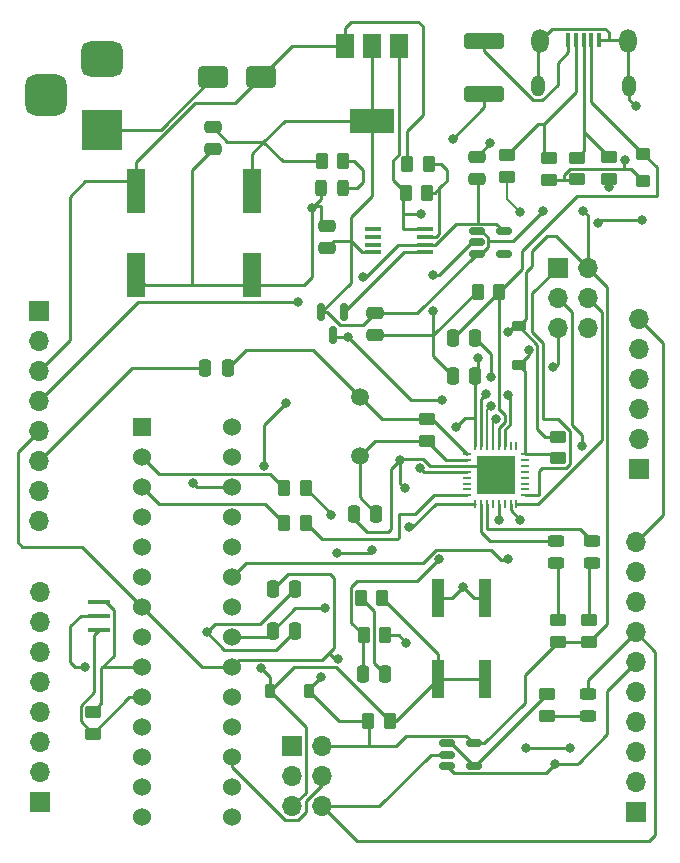
<source format=gbr>
%TF.GenerationSoftware,KiCad,Pcbnew,7.0.6*%
%TF.CreationDate,2024-03-19T20:52:53+13:00*%
%TF.ProjectId,Arduino Uno R3,41726475-696e-46f2-9055-6e6f2052332e,rev?*%
%TF.SameCoordinates,Original*%
%TF.FileFunction,Copper,L1,Top*%
%TF.FilePolarity,Positive*%
%FSLAX46Y46*%
G04 Gerber Fmt 4.6, Leading zero omitted, Abs format (unit mm)*
G04 Created by KiCad (PCBNEW 7.0.6) date 2024-03-19 20:52:53*
%MOMM*%
%LPD*%
G01*
G04 APERTURE LIST*
G04 Aperture macros list*
%AMRoundRect*
0 Rectangle with rounded corners*
0 $1 Rounding radius*
0 $2 $3 $4 $5 $6 $7 $8 $9 X,Y pos of 4 corners*
0 Add a 4 corners polygon primitive as box body*
4,1,4,$2,$3,$4,$5,$6,$7,$8,$9,$2,$3,0*
0 Add four circle primitives for the rounded corners*
1,1,$1+$1,$2,$3*
1,1,$1+$1,$4,$5*
1,1,$1+$1,$6,$7*
1,1,$1+$1,$8,$9*
0 Add four rect primitives between the rounded corners*
20,1,$1+$1,$2,$3,$4,$5,0*
20,1,$1+$1,$4,$5,$6,$7,0*
20,1,$1+$1,$6,$7,$8,$9,0*
20,1,$1+$1,$8,$9,$2,$3,0*%
G04 Aperture macros list end*
%TA.AperFunction,SMDPad,CuDef*%
%ADD10R,1.905000X0.406400*%
%TD*%
%TA.AperFunction,SMDPad,CuDef*%
%ADD11RoundRect,0.250000X-0.450000X0.262500X-0.450000X-0.262500X0.450000X-0.262500X0.450000X0.262500X0*%
%TD*%
%TA.AperFunction,SMDPad,CuDef*%
%ADD12RoundRect,0.150000X-0.150000X0.587500X-0.150000X-0.587500X0.150000X-0.587500X0.150000X0.587500X0*%
%TD*%
%TA.AperFunction,ComponentPad*%
%ADD13C,1.500000*%
%TD*%
%TA.AperFunction,ComponentPad*%
%ADD14R,1.524000X1.524000*%
%TD*%
%TA.AperFunction,ComponentPad*%
%ADD15C,1.524000*%
%TD*%
%TA.AperFunction,SMDPad,CuDef*%
%ADD16R,0.799999X0.250000*%
%TD*%
%TA.AperFunction,SMDPad,CuDef*%
%ADD17R,0.250000X0.799999*%
%TD*%
%TA.AperFunction,SMDPad,CuDef*%
%ADD18R,3.250001X3.250001*%
%TD*%
%TA.AperFunction,SMDPad,CuDef*%
%ADD19RoundRect,0.150000X-0.512500X-0.150000X0.512500X-0.150000X0.512500X0.150000X-0.512500X0.150000X0*%
%TD*%
%TA.AperFunction,SMDPad,CuDef*%
%ADD20R,1.500000X2.000000*%
%TD*%
%TA.AperFunction,SMDPad,CuDef*%
%ADD21R,3.800000X2.000000*%
%TD*%
%TA.AperFunction,SMDPad,CuDef*%
%ADD22R,0.990600X3.200400*%
%TD*%
%TA.AperFunction,SMDPad,CuDef*%
%ADD23RoundRect,0.250000X0.262500X0.450000X-0.262500X0.450000X-0.262500X-0.450000X0.262500X-0.450000X0*%
%TD*%
%TA.AperFunction,SMDPad,CuDef*%
%ADD24RoundRect,0.250000X-0.262500X-0.450000X0.262500X-0.450000X0.262500X0.450000X-0.262500X0.450000X0*%
%TD*%
%TA.AperFunction,SMDPad,CuDef*%
%ADD25RoundRect,0.250000X0.450000X-0.262500X0.450000X0.262500X-0.450000X0.262500X-0.450000X-0.262500X0*%
%TD*%
%TA.AperFunction,ComponentPad*%
%ADD26R,1.700000X1.700000*%
%TD*%
%TA.AperFunction,ComponentPad*%
%ADD27O,1.700000X1.700000*%
%TD*%
%TA.AperFunction,ComponentPad*%
%ADD28O,1.150000X1.800000*%
%TD*%
%TA.AperFunction,ComponentPad*%
%ADD29O,1.450000X2.000000*%
%TD*%
%TA.AperFunction,SMDPad,CuDef*%
%ADD30R,0.450000X1.300000*%
%TD*%
%TA.AperFunction,ComponentPad*%
%ADD31RoundRect,0.875000X-0.875000X0.875000X-0.875000X-0.875000X0.875000X-0.875000X0.875000X0.875000X0*%
%TD*%
%TA.AperFunction,ComponentPad*%
%ADD32RoundRect,0.750000X-1.000000X0.750000X-1.000000X-0.750000X1.000000X-0.750000X1.000000X0.750000X0*%
%TD*%
%TA.AperFunction,ComponentPad*%
%ADD33R,3.500000X3.500000*%
%TD*%
%TA.AperFunction,SMDPad,CuDef*%
%ADD34R,1.327899X0.431000*%
%TD*%
%TA.AperFunction,SMDPad,CuDef*%
%ADD35RoundRect,0.250000X0.350000X-0.275000X0.350000X0.275000X-0.350000X0.275000X-0.350000X-0.275000X0*%
%TD*%
%TA.AperFunction,SMDPad,CuDef*%
%ADD36RoundRect,0.250000X-1.450000X0.400000X-1.450000X-0.400000X1.450000X-0.400000X1.450000X0.400000X0*%
%TD*%
%TA.AperFunction,SMDPad,CuDef*%
%ADD37RoundRect,0.225000X0.225000X0.375000X-0.225000X0.375000X-0.225000X-0.375000X0.225000X-0.375000X0*%
%TD*%
%TA.AperFunction,SMDPad,CuDef*%
%ADD38RoundRect,0.243750X-0.456250X0.243750X-0.456250X-0.243750X0.456250X-0.243750X0.456250X0.243750X0*%
%TD*%
%TA.AperFunction,SMDPad,CuDef*%
%ADD39RoundRect,0.225000X-0.375000X0.225000X-0.375000X-0.225000X0.375000X-0.225000X0.375000X0.225000X0*%
%TD*%
%TA.AperFunction,SMDPad,CuDef*%
%ADD40RoundRect,0.243750X-0.243750X-0.456250X0.243750X-0.456250X0.243750X0.456250X-0.243750X0.456250X0*%
%TD*%
%TA.AperFunction,SMDPad,CuDef*%
%ADD41RoundRect,0.250000X1.000000X0.650000X-1.000000X0.650000X-1.000000X-0.650000X1.000000X-0.650000X0*%
%TD*%
%TA.AperFunction,SMDPad,CuDef*%
%ADD42RoundRect,0.250000X-0.250000X-0.475000X0.250000X-0.475000X0.250000X0.475000X-0.250000X0.475000X0*%
%TD*%
%TA.AperFunction,SMDPad,CuDef*%
%ADD43RoundRect,0.250000X0.250000X0.475000X-0.250000X0.475000X-0.250000X-0.475000X0.250000X-0.475000X0*%
%TD*%
%TA.AperFunction,SMDPad,CuDef*%
%ADD44RoundRect,0.250000X0.475000X-0.250000X0.475000X0.250000X-0.475000X0.250000X-0.475000X-0.250000X0*%
%TD*%
%TA.AperFunction,SMDPad,CuDef*%
%ADD45RoundRect,0.250000X-0.475000X0.250000X-0.475000X-0.250000X0.475000X-0.250000X0.475000X0.250000X0*%
%TD*%
%TA.AperFunction,SMDPad,CuDef*%
%ADD46R,1.492199X3.752799*%
%TD*%
%TA.AperFunction,ViaPad*%
%ADD47C,0.800000*%
%TD*%
%TA.AperFunction,Conductor*%
%ADD48C,0.250000*%
%TD*%
%TA.AperFunction,Conductor*%
%ADD49C,0.200000*%
%TD*%
G04 APERTURE END LIST*
D10*
%TO.P,Y2,1*%
%TO.N,Net-(U7A-(PCINT7{slash}XTAL2{slash}TOSC2)_PB7)*%
X140335000Y-95180000D03*
%TO.P,Y2,2*%
%TO.N,GND*%
X140335000Y-93980000D03*
%TO.P,Y2,3*%
%TO.N,Net-(U7A-(PCINT6{slash}XTAL1{slash}TOSC1)_PB6)*%
X140335000Y-92780000D03*
%TD*%
D11*
%TO.P,R8,1*%
%TO.N,5V_LDO*%
X179197000Y-78820000D03*
%TO.P,R8,2*%
%TO.N,Net-(D4-A)*%
X179197000Y-80645000D03*
%TD*%
D12*
%TO.P,Q1,1,G*%
%TO.N,Net-(IC1-OUT)*%
X161097000Y-68277500D03*
%TO.P,Q1,2,S*%
%TO.N,5V_LDO*%
X159197000Y-68277500D03*
%TO.P,Q1,3,D*%
%TO.N,USBVCC*%
X160147000Y-70152500D03*
%TD*%
D13*
%TO.P,Y3,1*%
%TO.N,Net-(U5-PC0)*%
X162433000Y-80438000D03*
%TO.P,Y3,2*%
%TO.N,Net-(U5-XTAL1)*%
X162433000Y-75438000D03*
%TD*%
D14*
%TO.P,U7,1,(PCINT14/RESET)PC6*%
%TO.N,Vin*%
X144018000Y-77978000D03*
D15*
%TO.P,U7,2,(PCINT16/RXD)PD0*%
%TO.N,/ATMEGA328P_subsystem/ARD_DIG0*%
X144018000Y-80518000D03*
%TO.P,U7,3,(PCINT17/TXD)PD1*%
%TO.N,/ATMEGA328P_subsystem/ARD_DIG1*%
X144018000Y-83058000D03*
%TO.P,U7,4,(PCINT18/INT0)_PD2*%
%TO.N,/ATMEGA328P_subsystem/ARD_DIG2*%
X144018000Y-85598000D03*
%TO.P,U7,5,(PCINT19/OC2B/INT1)_PD3*%
%TO.N,/ATMEGA328P_subsystem/ARD_DIG3*%
X144018000Y-88138000D03*
%TO.P,U7,6,(PCINT20/XCK/T0)_PD4*%
%TO.N,/ATMEGA328P_subsystem/ARD_DIG4*%
X144018000Y-90678000D03*
%TO.P,U7,7,VCC*%
%TO.N,5V_LDO*%
X144018000Y-93218000D03*
%TO.P,U7,8,GND*%
%TO.N,GND*%
X144018000Y-95758000D03*
%TO.P,U7,9,(PCINT6/XTAL1/TOSC1)_PB6*%
%TO.N,Net-(U7A-(PCINT6{slash}XTAL1{slash}TOSC1)_PB6)*%
X144018000Y-98298000D03*
%TO.P,U7,10,(PCINT7/XTAL2/TOSC2)_PB7*%
%TO.N,Net-(U7A-(PCINT7{slash}XTAL2{slash}TOSC2)_PB7)*%
X144018000Y-100838000D03*
%TO.P,U7,11,(PCINT21/OC0B/T1)_PD5*%
%TO.N,/ATMEGA328P_subsystem/ARD_DIG5*%
X144018000Y-103378000D03*
%TO.P,U7,12,(PCINT22/OC0A/AIN0)_PD6*%
%TO.N,/ATMEGA328P_subsystem/ARD_DIG6*%
X144018000Y-105918000D03*
%TO.P,U7,13,(PCINT23/AIN1)_PD7*%
%TO.N,/ATMEGA328P_subsystem/ARD_DIG7*%
X144018000Y-108458000D03*
%TO.P,U7,14,(PCINT0/CLKO/ICP1)_PB0*%
%TO.N,/ATMEGA328P_subsystem/ARD_DIG8*%
X144018000Y-110998000D03*
%TO.P,U7,15,PB1_(OC1A/PCINT1)*%
%TO.N,/ATMEGA328P_subsystem/ARD_DIG9*%
X151638000Y-110998000D03*
%TO.P,U7,16,PB2_(SS/OC1B/PCINT2)*%
%TO.N,/ATMEGA328P_subsystem/ARD_DIG10{slash}SPI_SS*%
X151638000Y-108458000D03*
%TO.P,U7,17,PB3_(MOSI/OC2A/PCINT3)*%
%TO.N,/ATMEGA328P_subsystem/328P_ICSP_MOSI*%
X151638000Y-105918000D03*
%TO.P,U7,18,PB4_(MISO/PCINT4)*%
%TO.N,/ATMEGA328P_subsystem/328P_ICSP_MISO*%
X151638000Y-103378000D03*
%TO.P,U7,19,PB5_(SCK/PCINT5)*%
%TO.N,SCK*%
X151638000Y-100838000D03*
%TO.P,U7,20,AVCC*%
%TO.N,5V_LDO*%
X151638000Y-98298000D03*
%TO.P,U7,21,AREF*%
%TO.N,/ATMEGA328P_subsystem/AREF*%
X151638000Y-95758000D03*
%TO.P,U7,22,GND*%
%TO.N,GND*%
X151638000Y-93218000D03*
%TO.P,U7,23,PC0_(ADC0/PCINT8)*%
%TO.N,/ATMEGA328P_subsystem/ARD_AN0*%
X151638000Y-90678000D03*
%TO.P,U7,24,PC1_(ADC1/PCINT9)*%
%TO.N,/ATMEGA328P_subsystem/ARD_AN1*%
X151638000Y-88138000D03*
%TO.P,U7,25,PC2_(ADC2/PCINT10)*%
%TO.N,/ATMEGA328P_subsystem/ARD_AN2*%
X151638000Y-85598000D03*
%TO.P,U7,26,PC3_(ADC3/PCINT11)*%
%TO.N,/ATMEGA328P_subsystem/ARD_AN3*%
X151638000Y-83058000D03*
%TO.P,U7,27,PC4_(ADC4/SDA/PCINT12)*%
%TO.N,/ATMEGA328P_subsystem/ARD_AN4{slash}SDA*%
X151638000Y-80518000D03*
%TO.P,U7,28,PC5_(ADC5/SCL/PCINT13)*%
%TO.N,/ATMEGA328P_subsystem/ARD_AN5{slash}SCL*%
X151638000Y-77978000D03*
%TD*%
D16*
%TO.P,U5,1,XTAL1*%
%TO.N,Net-(U5-XTAL1)*%
X171503000Y-80272001D03*
%TO.P,U5,2,PC0*%
%TO.N,Net-(U5-PC0)*%
X171503000Y-80772000D03*
%TO.P,U5,3,GND*%
%TO.N,GND*%
X171503000Y-81271999D03*
%TO.P,U5,4,VCC*%
%TO.N,5V_LDO*%
X171503000Y-81772000D03*
%TO.P,U5,5,PC2*%
%TO.N,unconnected-(U5-PC2-Pad5)*%
X171503000Y-82272000D03*
%TO.P,U5,6,PD0*%
%TO.N,unconnected-(U5-PD0-Pad6)*%
X171503000Y-82772001D03*
%TO.P,U5,7,PD1*%
%TO.N,unconnected-(U5-PD1-Pad7)*%
X171503000Y-83272000D03*
%TO.P,U5,8,PD2*%
%TO.N,/ATMEGA16U2/SERIAL_Tx*%
X171503000Y-83771999D03*
D17*
%TO.P,U5,9,PD3*%
%TO.N,/ATMEGA16U2/SERIAL_Rx*%
X172203001Y-84472000D03*
%TO.P,U5,10,PD4*%
%TO.N,Net-(D6-K)*%
X172703000Y-84472000D03*
%TO.P,U5,11,PD5*%
%TO.N,Net-(D5-K)*%
X173202999Y-84472000D03*
%TO.P,U5,12,PD6*%
%TO.N,unconnected-(U5-PD6-Pad12)*%
X173703000Y-84472000D03*
%TO.P,U5,13,PD7*%
%TO.N,/ATMEGA16U2/DTR*%
X174203000Y-84472000D03*
%TO.P,U5,14,PB0*%
%TO.N,unconnected-(U5-PB0-Pad14)*%
X174703001Y-84472000D03*
%TO.P,U5,15,PB1*%
%TO.N,/ATMEGA16U2/ICSP_SCK*%
X175203000Y-84472000D03*
%TO.P,U5,16,PB2*%
%TO.N,/ATMEGA16U2/ICSP_MOSI*%
X175702999Y-84472000D03*
D16*
%TO.P,U5,17,PB3*%
%TO.N,/ATMEGA16U2/ICSP_MISO*%
X176403000Y-83771999D03*
%TO.P,U5,18,PB4*%
%TO.N,unconnected-(U5-PB4-Pad18)*%
X176403000Y-83272000D03*
%TO.P,U5,19,PB5*%
%TO.N,unconnected-(U5-PB5-Pad19)*%
X176403000Y-82772001D03*
%TO.P,U5,20,PB6*%
%TO.N,unconnected-(U5-PB6-Pad20)*%
X176403000Y-82272000D03*
%TO.P,U5,21,PB7*%
%TO.N,unconnected-(U5-PB7-Pad21)*%
X176403000Y-81772000D03*
%TO.P,U5,22,PC7*%
%TO.N,unconnected-(U5-PC7-Pad22)*%
X176403000Y-81271999D03*
%TO.P,U5,23,PC6*%
%TO.N,unconnected-(U5-PC6-Pad23)*%
X176403000Y-80772000D03*
%TO.P,U5,24,PC1//~{RESET}*%
%TO.N,Net-(D4-A)*%
X176403000Y-80272001D03*
D17*
%TO.P,U5,25,PC5*%
%TO.N,unconnected-(U5-PC5-Pad25)*%
X175702999Y-79572000D03*
%TO.P,U5,26,PC4*%
%TO.N,unconnected-(U5-PC4-Pad26)*%
X175203000Y-79572000D03*
%TO.P,U5,27,UCAP*%
%TO.N,Net-(U5-UCAP)*%
X174703001Y-79572000D03*
%TO.P,U5,28,UGND*%
%TO.N,/ATMEGA16U2/USB_GND*%
X174203000Y-79572000D03*
%TO.P,U5,29,D+*%
%TO.N,/ATMEGA16U2/USB_RD+*%
X173703000Y-79572000D03*
%TO.P,U5,30,D-*%
%TO.N,/ATMEGA16U2/USB_RD-*%
X173202999Y-79572000D03*
%TO.P,U5,31,UVCC*%
%TO.N,USBVCC*%
X172703000Y-79572000D03*
%TO.P,U5,32,AVCC*%
%TO.N,5V_LDO*%
X172203001Y-79572000D03*
D18*
%TO.P,U5,33,EXP*%
%TO.N,GND*%
X173953000Y-82022000D03*
%TD*%
D19*
%TO.P,U4,1,VIN*%
%TO.N,5V_LDO*%
X172344500Y-61407000D03*
%TO.P,U4,2,GND*%
%TO.N,GND*%
X172344500Y-62357000D03*
%TO.P,U4,3,INH*%
%TO.N,5V_LDO*%
X172344500Y-63307000D03*
%TO.P,U4,4,BYP*%
%TO.N,unconnected-(U4-BYP-Pad4)*%
X174619500Y-63307000D03*
%TO.P,U4,5,VOUT*%
%TO.N,3V3_LDO*%
X174619500Y-61407000D03*
%TD*%
%TO.P,U2,5,V+*%
%TO.N,5V_LDO*%
X172079500Y-104775000D03*
%TO.P,U2,4*%
%TO.N,Net-(U2--)*%
X172079500Y-106675000D03*
%TO.P,U2,3,+*%
%TO.N,SCK*%
X169804500Y-106675000D03*
%TO.P,U2,2,V-*%
%TO.N,GND*%
X169804500Y-105725000D03*
%TO.P,U2,1,-*%
%TO.N,Net-(U2--)*%
X169804500Y-104775000D03*
%TD*%
D20*
%TO.P,U1,1,GND*%
%TO.N,GND*%
X165774000Y-45745000D03*
D21*
%TO.P,U1,2,VO*%
%TO.N,5V_LDO*%
X163474000Y-52045000D03*
D20*
X163474000Y-45745000D03*
%TO.P,U1,3,VI*%
%TO.N,Vin*%
X161174000Y-45745000D03*
%TD*%
D22*
%TO.P,S1,1,NO_1*%
%TO.N,GND*%
X173069001Y-92485002D03*
%TO.P,S1,2,COM_1*%
X169068999Y-92485002D03*
%TO.P,S1,3,COM_2*%
%TO.N,Vin*%
X169068999Y-99284998D03*
%TO.P,S1,4,NO_2*%
X173069001Y-99284998D03*
%TD*%
D11*
%TO.P,RV2,1*%
%TO.N,Net-(J2-D+)*%
X180848000Y-55165000D03*
%TO.P,RV2,2*%
%TO.N,Net-(J2-Shield)*%
X180848000Y-56990000D03*
%TD*%
%TO.P,RV1,1*%
%TO.N,Net-(J2-D-)*%
X178435000Y-55245000D03*
%TO.P,RV1,2*%
%TO.N,Net-(J2-Shield)*%
X178435000Y-57070000D03*
%TD*%
D23*
%TO.P,R17,1*%
%TO.N,/ATMEGA16U2/SERIAL_Tx*%
X157861000Y-86135000D03*
%TO.P,R17,2*%
%TO.N,/ATMEGA328P_subsystem/ARD_DIG1*%
X156036000Y-86135000D03*
%TD*%
%TO.P,R16,1*%
%TO.N,/ATMEGA16U2/SERIAL_Rx*%
X157861000Y-83185000D03*
%TO.P,R16,2*%
%TO.N,/ATMEGA328P_subsystem/ARD_DIG0*%
X156036000Y-83185000D03*
%TD*%
D24*
%TO.P,R15,1*%
%TO.N,Net-(C12-Pad2)*%
X162513000Y-92456000D03*
%TO.P,R15,2*%
%TO.N,Vin*%
X164338000Y-92456000D03*
%TD*%
%TO.P,R14,1*%
%TO.N,/ATMEGA16U2/DTR*%
X162767000Y-95631000D03*
%TO.P,R14,2*%
%TO.N,GND*%
X164592000Y-95631000D03*
%TD*%
%TO.P,R13,1*%
%TO.N,5V_LDO*%
X163148000Y-102870000D03*
%TO.P,R13,2*%
%TO.N,Vin*%
X164973000Y-102870000D03*
%TD*%
D25*
%TO.P,R12,1*%
%TO.N,Net-(U7A-(PCINT7{slash}XTAL2{slash}TOSC2)_PB7)*%
X139827000Y-103933000D03*
%TO.P,R12,2*%
%TO.N,Net-(U7A-(PCINT6{slash}XTAL1{slash}TOSC1)_PB6)*%
X139827000Y-102108000D03*
%TD*%
%TO.P,R11,1*%
%TO.N,Net-(U5-PC0)*%
X168124500Y-79144500D03*
%TO.P,R11,2*%
%TO.N,Net-(U5-XTAL1)*%
X168124500Y-77319500D03*
%TD*%
%TO.P,R10,1*%
%TO.N,5V_LDO*%
X179197000Y-96186000D03*
%TO.P,R10,2*%
%TO.N,Net-(D6-A)*%
X179197000Y-94361000D03*
%TD*%
%TO.P,R9,1*%
%TO.N,5V_LDO*%
X181864000Y-96186000D03*
%TO.P,R9,2*%
%TO.N,Net-(D5-A)*%
X181864000Y-94361000D03*
%TD*%
D24*
%TO.P,R7,1*%
%TO.N,GND*%
X172419000Y-66548000D03*
%TO.P,R7,2*%
%TO.N,/ATMEGA16U2/USB_GND*%
X174244000Y-66548000D03*
%TD*%
D11*
%TO.P,R6,1*%
%TO.N,Net-(J2-D-)*%
X174879000Y-54991000D03*
%TO.P,R6,2*%
%TO.N,/ATMEGA16U2/USB_RD-*%
X174879000Y-56816000D03*
%TD*%
%TO.P,R5,1*%
%TO.N,Net-(J2-D+)*%
X183515000Y-55118000D03*
%TO.P,R5,2*%
%TO.N,/ATMEGA16U2/USB_RD+*%
X183515000Y-56943000D03*
%TD*%
%TO.P,R4,1*%
%TO.N,Net-(U2--)*%
X178308000Y-100584000D03*
%TO.P,R4,2*%
%TO.N,Net-(D3-A)*%
X178308000Y-102409000D03*
%TD*%
D23*
%TO.P,R3,1*%
%TO.N,Net-(IC1-1IN+)*%
X168148000Y-58166000D03*
%TO.P,R3,2*%
%TO.N,GND*%
X166323000Y-58166000D03*
%TD*%
D24*
%TO.P,R2,1*%
%TO.N,Vin*%
X166450000Y-55753000D03*
%TO.P,R2,2*%
%TO.N,Net-(IC1-1IN+)*%
X168275000Y-55753000D03*
%TD*%
%TO.P,R1,1*%
%TO.N,5V_LDO*%
X159211000Y-55499000D03*
%TO.P,R1,2*%
%TO.N,Net-(D2-A)*%
X161036000Y-55499000D03*
%TD*%
D26*
%TO.P,J8,1,Pin_1*%
%TO.N,/ATMEGA328P_subsystem/ARD_DIG7*%
X135382000Y-109728000D03*
D27*
%TO.P,J8,2,Pin_2*%
%TO.N,/ATMEGA328P_subsystem/ARD_DIG6*%
X135382000Y-107188000D03*
%TO.P,J8,3,Pin_3*%
%TO.N,/ATMEGA328P_subsystem/ARD_DIG5*%
X135382000Y-104648000D03*
%TO.P,J8,4,Pin_4*%
%TO.N,/ATMEGA328P_subsystem/ARD_DIG4*%
X135382000Y-102108000D03*
%TO.P,J8,5,Pin_5*%
%TO.N,/ATMEGA328P_subsystem/ARD_DIG3*%
X135382000Y-99568000D03*
%TO.P,J8,6,Pin_6*%
%TO.N,/ATMEGA328P_subsystem/ARD_DIG2*%
X135382000Y-97028000D03*
%TO.P,J8,7,Pin_7*%
%TO.N,/ATMEGA328P_subsystem/ARD_DIG1*%
X135382000Y-94488000D03*
%TO.P,J8,8,Pin_8*%
%TO.N,/ATMEGA328P_subsystem/ARD_DIG0*%
X135382000Y-91948000D03*
%TD*%
%TO.P,J7,10,Pin_10*%
%TO.N,/ATMEGA328P_subsystem/ARD_AN5{slash}SCL*%
X185801000Y-87757000D03*
%TO.P,J7,9,Pin_9*%
%TO.N,/ATMEGA328P_subsystem/ARD_AN4{slash}SDA*%
X185801000Y-90297000D03*
%TO.P,J7,8,Pin_8*%
%TO.N,/ATMEGA328P_subsystem/AREF*%
X185801000Y-92837000D03*
%TO.P,J7,7,Pin_7*%
%TO.N,GND*%
X185801000Y-95377000D03*
%TO.P,J7,6,Pin_6*%
%TO.N,SCK*%
X185801000Y-97917000D03*
%TO.P,J7,5,Pin_5*%
%TO.N,/ATMEGA328P_subsystem/328P_ICSP_MISO*%
X185801000Y-100457000D03*
%TO.P,J7,4,Pin_4*%
%TO.N,/ATMEGA328P_subsystem/328P_ICSP_MOSI*%
X185801000Y-102997000D03*
%TO.P,J7,3,Pin_3*%
%TO.N,/ATMEGA328P_subsystem/ARD_DIG10{slash}SPI_SS*%
X185801000Y-105537000D03*
%TO.P,J7,2,Pin_2*%
%TO.N,/ATMEGA328P_subsystem/ARD_DIG9*%
X185801000Y-108077000D03*
D26*
%TO.P,J7,1,Pin_1*%
%TO.N,/ATMEGA328P_subsystem/ARD_DIG8*%
X185801000Y-110617000D03*
%TD*%
%TO.P,J6,1,Pin_1*%
%TO.N,/ATMEGA328P_subsystem/ARD_AN0*%
X186055000Y-81534000D03*
D27*
%TO.P,J6,2,Pin_2*%
%TO.N,/ATMEGA328P_subsystem/ARD_AN1*%
X186055000Y-78994000D03*
%TO.P,J6,3,Pin_3*%
%TO.N,/ATMEGA328P_subsystem/ARD_AN2*%
X186055000Y-76454000D03*
%TO.P,J6,4,Pin_4*%
%TO.N,/ATMEGA328P_subsystem/ARD_AN3*%
X186055000Y-73914000D03*
%TO.P,J6,5,Pin_5*%
%TO.N,/ATMEGA328P_subsystem/ARD_AN4{slash}SDA*%
X186055000Y-71374000D03*
%TO.P,J6,6,Pin_6*%
%TO.N,/ATMEGA328P_subsystem/ARD_AN5{slash}SCL*%
X186055000Y-68834000D03*
%TD*%
D26*
%TO.P,J5,1,Pin_1*%
%TO.N,unconnected-(J5-Pin_1-Pad1)*%
X135255000Y-68199000D03*
D27*
%TO.P,J5,2,Pin_2*%
%TO.N,5V_LDO*%
X135255000Y-70739000D03*
%TO.P,J5,3,Pin_3*%
%TO.N,Vin*%
X135255000Y-73279000D03*
%TO.P,J5,4,Pin_4*%
%TO.N,3V3_LDO*%
X135255000Y-75819000D03*
%TO.P,J5,5,Pin_5*%
%TO.N,5V_LDO*%
X135255000Y-78359000D03*
%TO.P,J5,6,Pin_6*%
%TO.N,GND*%
X135255000Y-80899000D03*
%TO.P,J5,7,Pin_7*%
X135255000Y-83439000D03*
%TO.P,J5,8,Pin_8*%
%TO.N,Vin*%
X135255000Y-85979000D03*
%TD*%
D26*
%TO.P,J4,1,1*%
%TO.N,/ATMEGA328P_subsystem/328P_ICSP_MISO*%
X156718000Y-105029000D03*
D27*
%TO.P,J4,2,2*%
%TO.N,5V_LDO*%
X159258000Y-105029000D03*
%TO.P,J4,3,3*%
%TO.N,SCK*%
X156718000Y-107569000D03*
%TO.P,J4,4,4*%
%TO.N,/ATMEGA328P_subsystem/328P_ICSP_MOSI*%
X159258000Y-107569000D03*
%TO.P,J4,5,5*%
%TO.N,Vin*%
X156718000Y-110109000D03*
%TO.P,J4,6,6*%
%TO.N,GND*%
X159258000Y-110109000D03*
%TD*%
D26*
%TO.P,J3,1,1*%
%TO.N,/ATMEGA16U2/ICSP_MISO*%
X179197000Y-64516000D03*
D27*
%TO.P,J3,2,2*%
%TO.N,5V_LDO*%
X181737000Y-64516000D03*
%TO.P,J3,3,3*%
%TO.N,/ATMEGA16U2/ICSP_SCK*%
X179197000Y-67056000D03*
%TO.P,J3,4,4*%
%TO.N,/ATMEGA16U2/ICSP_MOSI*%
X181737000Y-67056000D03*
%TO.P,J3,5,5*%
%TO.N,Net-(D4-A)*%
X179197000Y-69596000D03*
%TO.P,J3,6,6*%
%TO.N,GND*%
X181737000Y-69596000D03*
%TD*%
D28*
%TO.P,J2,6,Shield_2*%
%TO.N,Net-(J2-Shield)*%
X185271000Y-49105000D03*
X177521000Y-49105000D03*
D29*
X185121000Y-45305000D03*
X177671000Y-45305000D03*
D30*
%TO.P,J2,5,Shield*%
X182696000Y-45255000D03*
%TO.P,J2,4,GND*%
%TO.N,/ATMEGA16U2/USB_GND*%
X182046000Y-45255000D03*
%TO.P,J2,3,D+*%
%TO.N,Net-(J2-D+)*%
X181396000Y-45255000D03*
%TO.P,J2,2,D-*%
%TO.N,Net-(J2-D-)*%
X180746000Y-45255000D03*
%TO.P,J2,1,VBUS*%
%TO.N,Net-(J2-VBUS)*%
X180096000Y-45255000D03*
%TD*%
D31*
%TO.P,J1,3*%
%TO.N,GND*%
X135889000Y-49863000D03*
D32*
%TO.P,J1,2*%
X140589000Y-46863000D03*
D33*
%TO.P,J1,1*%
%TO.N,Net-(D1-A)*%
X140589000Y-52863000D03*
%TD*%
D34*
%TO.P,IC1,1,OUT*%
%TO.N,Net-(IC1-OUT)*%
X167948348Y-63204999D03*
%TO.P,IC1,2,1IN-*%
%TO.N,3V3_LDO*%
X167948348Y-62555001D03*
%TO.P,IC1,3,1IN+*%
%TO.N,Net-(IC1-1IN+)*%
X167948348Y-61904999D03*
%TO.P,IC1,4,GND*%
%TO.N,GND*%
X167948348Y-61255001D03*
%TO.P,IC1,5,2IN+*%
%TO.N,unconnected-(IC1-2IN+-Pad5)*%
X163521652Y-61255001D03*
%TO.P,IC1,6,2IN-*%
%TO.N,unconnected-(IC1-2IN--Pad6)*%
X163521652Y-61904999D03*
%TO.P,IC1,7,2OUT*%
%TO.N,unconnected-(IC1-2OUT-Pad7)*%
X163521652Y-62555001D03*
%TO.P,IC1,8,VCC+*%
%TO.N,5V_LDO*%
X163521652Y-63204999D03*
%TD*%
D35*
%TO.P,FB1,1*%
%TO.N,Net-(J2-Shield)*%
X186436000Y-57164000D03*
%TO.P,FB1,2*%
%TO.N,/ATMEGA16U2/USB_GND*%
X186436000Y-54864000D03*
%TD*%
D36*
%TO.P,F2,1*%
%TO.N,Net-(J2-VBUS)*%
X172974000Y-45339000D03*
%TO.P,F2,2*%
%TO.N,USBVCC*%
X172974000Y-49789000D03*
%TD*%
D37*
%TO.P,D8,1,K*%
%TO.N,5V_LDO*%
X158114000Y-100330000D03*
%TO.P,D8,2,A*%
%TO.N,Vin*%
X154814000Y-100330000D03*
%TD*%
D38*
%TO.P,D6,1,K*%
%TO.N,Net-(D6-K)*%
X179070000Y-87630000D03*
%TO.P,D6,2,A*%
%TO.N,Net-(D6-A)*%
X179070000Y-89505000D03*
%TD*%
%TO.P,D5,1,K*%
%TO.N,Net-(D5-K)*%
X182118000Y-87630000D03*
%TO.P,D5,2,A*%
%TO.N,Net-(D5-A)*%
X182118000Y-89505000D03*
%TD*%
D39*
%TO.P,D4,1,K*%
%TO.N,5V_LDO*%
X175895000Y-69469000D03*
%TO.P,D4,2,A*%
%TO.N,Net-(D4-A)*%
X175895000Y-72769000D03*
%TD*%
D38*
%TO.P,D3,1,K*%
%TO.N,GND*%
X181737000Y-100584000D03*
%TO.P,D3,2,A*%
%TO.N,Net-(D3-A)*%
X181737000Y-102459000D03*
%TD*%
D40*
%TO.P,D2,1,K*%
%TO.N,GND*%
X159161000Y-57785000D03*
%TO.P,D2,2,A*%
%TO.N,Net-(D2-A)*%
X161036000Y-57785000D03*
%TD*%
D41*
%TO.P,D1,1,K*%
%TO.N,Vin*%
X154051000Y-48387000D03*
%TO.P,D1,2,A*%
%TO.N,Net-(D1-A)*%
X150051000Y-48387000D03*
%TD*%
D42*
%TO.P,C13,1*%
%TO.N,/ATMEGA328P_subsystem/AREF*%
X155067000Y-95250000D03*
%TO.P,C13,2*%
%TO.N,GND*%
X156967000Y-95250000D03*
%TD*%
%TO.P,C12,1*%
%TO.N,/ATMEGA16U2/DTR*%
X162692000Y-98933000D03*
%TO.P,C12,2*%
%TO.N,Net-(C12-Pad2)*%
X164592000Y-98933000D03*
%TD*%
%TO.P,C11,1*%
%TO.N,5V_LDO*%
X155072000Y-91694000D03*
%TO.P,C11,2*%
%TO.N,GND*%
X156972000Y-91694000D03*
%TD*%
D43*
%TO.P,C10,1*%
%TO.N,Net-(U5-XTAL1)*%
X151257000Y-73025000D03*
%TO.P,C10,2*%
%TO.N,GND*%
X149357000Y-73025000D03*
%TD*%
D42*
%TO.P,C9,1*%
%TO.N,GND*%
X161930000Y-85344000D03*
%TO.P,C9,2*%
%TO.N,Net-(U5-PC0)*%
X163830000Y-85344000D03*
%TD*%
%TO.P,C8,1*%
%TO.N,GND*%
X170312000Y-73660000D03*
%TO.P,C8,2*%
%TO.N,5V_LDO*%
X172212000Y-73660000D03*
%TD*%
%TO.P,C7,1*%
%TO.N,/ATMEGA16U2/USB_GND*%
X170312000Y-70485000D03*
%TO.P,C7,2*%
%TO.N,Net-(U5-UCAP)*%
X172212000Y-70485000D03*
%TD*%
D44*
%TO.P,C6,1*%
%TO.N,3V3_LDO*%
X172339000Y-57018000D03*
%TO.P,C6,2*%
%TO.N,GND*%
X172339000Y-55118000D03*
%TD*%
D45*
%TO.P,C5,2*%
%TO.N,GND*%
X163703000Y-70226000D03*
%TO.P,C5,1*%
%TO.N,5V_LDO*%
X163703000Y-68326000D03*
%TD*%
D44*
%TO.P,C4,1*%
%TO.N,5V_LDO*%
X159639000Y-62860000D03*
%TO.P,C4,2*%
%TO.N,GND*%
X159639000Y-60960000D03*
%TD*%
D45*
%TO.P,C3,1*%
%TO.N,5V_LDO*%
X149987000Y-52578000D03*
%TO.P,C3,2*%
%TO.N,GND*%
X149987000Y-54478000D03*
%TD*%
D46*
%TO.P,C2,1*%
%TO.N,5V_LDO*%
X153289000Y-58039000D03*
%TO.P,C2,2*%
%TO.N,GND*%
X153289000Y-65090600D03*
%TD*%
%TO.P,C1,1*%
%TO.N,Vin*%
X143510000Y-58039000D03*
%TO.P,C1,2*%
%TO.N,GND*%
X143510000Y-65090600D03*
%TD*%
D47*
%TO.N,GND*%
X186309000Y-60452000D03*
X182626000Y-60706000D03*
X166243000Y-83185000D03*
X160528000Y-88646000D03*
X163449000Y-88392000D03*
X149479000Y-95377000D03*
X158369000Y-59436000D03*
X173482000Y-53975000D03*
X166370000Y-96266000D03*
X139192000Y-98298000D03*
X168656000Y-65151000D03*
X168656000Y-68199000D03*
X171196000Y-91567000D03*
X167640000Y-59944000D03*
X165862000Y-80772000D03*
%TO.N,5V_LDO*%
X160576717Y-97595131D03*
X159131000Y-99187000D03*
%TO.N,SCK*%
X178943000Y-106553000D03*
%TO.N,3V3_LDO*%
X157226000Y-67437000D03*
X162687000Y-65278000D03*
%TO.N,/ATMEGA328P_subsystem/ARD_AN2*%
X154305000Y-81242500D03*
X156210000Y-75946000D03*
%TO.N,/ATMEGA328P_subsystem/ARD_AN3*%
X148336000Y-82695500D03*
%TO.N,/ATMEGA328P_subsystem/ARD_AN0*%
X175006000Y-89154000D03*
%TO.N,/ATMEGA328P_subsystem/AREF*%
X159512000Y-93345000D03*
%TO.N,/ATMEGA328P_subsystem/328P_ICSP_MISO*%
X176530000Y-105156000D03*
X180213000Y-105156000D03*
%TO.N,Vin*%
X154051000Y-98425000D03*
%TO.N,/ATMEGA16U2/SERIAL_Rx*%
X166624000Y-86487000D03*
X160020000Y-85471000D03*
%TO.N,/ATMEGA16U2/DTR*%
X174244000Y-85852500D03*
X169164000Y-89154000D03*
%TO.N,USBVCC*%
X173101000Y-75184000D03*
X169418000Y-75692000D03*
%TO.N,5V_LDO*%
X167513000Y-81444500D03*
X170561000Y-77978000D03*
%TO.N,/ATMEGA16U2/ICSP_SCK*%
X176022000Y-85852000D03*
X181229000Y-79629000D03*
%TO.N,Net-(D4-A)*%
X176752500Y-71501000D03*
X178816000Y-72898000D03*
%TO.N,5V_LDO*%
X172466000Y-72136000D03*
X175006000Y-69977000D03*
X181356000Y-59690000D03*
X177927000Y-59690000D03*
%TO.N,Net-(U5-UCAP)*%
X174968500Y-75311000D03*
X173519500Y-73787000D03*
%TO.N,/ATMEGA16U2/USB_RD-*%
X173519500Y-76200000D03*
X176022000Y-59817000D03*
%TO.N,/ATMEGA16U2/USB_RD+*%
X173990000Y-77280500D03*
X183515000Y-57695500D03*
%TO.N,Net-(J2-Shield)*%
X184912000Y-55372000D03*
X185801000Y-50800000D03*
%TO.N,USBVCC*%
X161417000Y-70358000D03*
X170307000Y-53594000D03*
%TD*%
D48*
%TO.N,GND*%
X137922000Y-97917000D02*
X138303000Y-98298000D01*
X138303000Y-98298000D02*
X139192000Y-98298000D01*
X137922000Y-94856300D02*
X137922000Y-97917000D01*
X140335000Y-93980000D02*
X138798300Y-93980000D01*
X138798300Y-93980000D02*
X137922000Y-94856300D01*
%TO.N,Net-(U7A-(PCINT7{slash}XTAL2{slash}TOSC2)_PB7)*%
X138802000Y-102908000D02*
X139827000Y-103933000D01*
X138802000Y-101607327D02*
X138802000Y-102908000D01*
X139954000Y-95561000D02*
X139954000Y-100455327D01*
X140335000Y-95180000D02*
X139954000Y-95561000D01*
X139954000Y-100455327D02*
X138802000Y-101607327D01*
%TO.N,Net-(U7A-(PCINT6{slash}XTAL1{slash}TOSC1)_PB6)*%
X140930878Y-92780000D02*
X140335000Y-92780000D01*
X141612500Y-93461622D02*
X140930878Y-92780000D01*
X141612500Y-97383600D02*
X141612500Y-93461622D01*
X140571100Y-98425000D02*
X141612500Y-97383600D01*
%TO.N,GND*%
X166116000Y-59944000D02*
X167640000Y-59944000D01*
X173482000Y-53975000D02*
X172339000Y-55118000D01*
X153995000Y-94671000D02*
X156972000Y-91694000D01*
X150185000Y-94671000D02*
X149479000Y-95377000D01*
X153995000Y-94671000D02*
X150185000Y-94671000D01*
X182880000Y-60452000D02*
X182626000Y-60706000D01*
X186309000Y-60452000D02*
X182880000Y-60452000D01*
X165862000Y-82804000D02*
X166243000Y-83185000D01*
X165862000Y-80772000D02*
X165862000Y-82804000D01*
X163195000Y-88646000D02*
X163449000Y-88392000D01*
X160528000Y-88646000D02*
X163195000Y-88646000D01*
X155372000Y-96845000D02*
X150947000Y-96845000D01*
X150947000Y-96845000D02*
X149479000Y-95377000D01*
X156967000Y-95250000D02*
X155372000Y-96845000D01*
X167813305Y-80719500D02*
X165914500Y-80719500D01*
X168365804Y-81271999D02*
X167813305Y-80719500D01*
X165914500Y-80719500D02*
X165862000Y-80772000D01*
X171503000Y-81271999D02*
X168365804Y-81271999D01*
X165100000Y-81534000D02*
X165862000Y-80772000D01*
X164846000Y-86868000D02*
X165100000Y-86614000D01*
X163068000Y-86868000D02*
X164846000Y-86868000D01*
X161930000Y-85730000D02*
X163068000Y-86868000D01*
X165100000Y-86614000D02*
X165100000Y-81534000D01*
X161930000Y-85344000D02*
X161930000Y-85730000D01*
X162179000Y-113030000D02*
X159258000Y-110109000D01*
X187452000Y-112522000D02*
X186944000Y-113030000D01*
X186944000Y-113030000D02*
X162179000Y-113030000D01*
X187452000Y-97028000D02*
X187452000Y-112522000D01*
X185801000Y-95377000D02*
X187452000Y-97028000D01*
X168468000Y-105725000D02*
X164084000Y-110109000D01*
X169804500Y-105725000D02*
X168468000Y-105725000D01*
X164084000Y-110109000D02*
X159258000Y-110109000D01*
X159161000Y-57785000D02*
X159161000Y-58644000D01*
X159161000Y-58644000D02*
X158369000Y-59436000D01*
X165774000Y-54903327D02*
X165227000Y-55450327D01*
X165227000Y-55450327D02*
X165227000Y-57070000D01*
X165774000Y-45745000D02*
X165774000Y-54903327D01*
X165227000Y-57070000D02*
X166323000Y-58166000D01*
X148209000Y-56256000D02*
X148209000Y-65944300D01*
X149987000Y-54478000D02*
X148209000Y-56256000D01*
X148209000Y-65944300D02*
X152543878Y-65944300D01*
X144255122Y-65944300D02*
X148209000Y-65944300D01*
X149357000Y-73025000D02*
X143129000Y-73025000D01*
X143129000Y-73025000D02*
X135255000Y-80899000D01*
%TO.N,5V_LDO*%
X133477000Y-87757000D02*
X133477000Y-80137000D01*
X133477000Y-80137000D02*
X135255000Y-78359000D01*
X133858000Y-88138000D02*
X133477000Y-87757000D01*
X138938000Y-88138000D02*
X133858000Y-88138000D01*
X144018000Y-93218000D02*
X138938000Y-88138000D01*
%TO.N,GND*%
X153289000Y-65199178D02*
X153289000Y-65090600D01*
X152543878Y-65944300D02*
X153289000Y-65199178D01*
X143510000Y-65090600D02*
X143510000Y-65199178D01*
X143510000Y-65199178D02*
X144255122Y-65944300D01*
X158369000Y-65278000D02*
X158369000Y-59436000D01*
X153558300Y-65944300D02*
X157702700Y-65944300D01*
X157702700Y-65944300D02*
X158369000Y-65278000D01*
X153289000Y-65675000D02*
X153558300Y-65944300D01*
X153289000Y-65090600D02*
X153289000Y-65675000D01*
X166116000Y-59944000D02*
X166116000Y-58373000D01*
X166116000Y-61214000D02*
X166116000Y-59944000D01*
X166116000Y-58373000D02*
X166323000Y-58166000D01*
X166157001Y-61255001D02*
X166116000Y-61214000D01*
X167948348Y-61255001D02*
X166157001Y-61255001D01*
X159161000Y-59309000D02*
X158496000Y-59309000D01*
X158496000Y-59309000D02*
X158369000Y-59436000D01*
X159161000Y-60482000D02*
X159161000Y-59309000D01*
X159639000Y-60960000D02*
X159161000Y-60482000D01*
X181737000Y-99441000D02*
X185801000Y-95377000D01*
X181737000Y-100584000D02*
X181737000Y-99441000D01*
X165735000Y-95631000D02*
X166370000Y-96266000D01*
X164592000Y-95631000D02*
X165735000Y-95631000D01*
%TO.N,Net-(C12-Pad2)*%
X163604500Y-97945500D02*
X164592000Y-98933000D01*
X163604500Y-93547500D02*
X163604500Y-97945500D01*
X162513000Y-92456000D02*
X163604500Y-93547500D01*
%TO.N,GND*%
X170277998Y-92485002D02*
X171196000Y-91567000D01*
X169068999Y-92485002D02*
X170277998Y-92485002D01*
X172334000Y-66548000D02*
X168656000Y-70226000D01*
X172419000Y-66548000D02*
X172334000Y-66548000D01*
X168656000Y-70226000D02*
X163703000Y-70226000D01*
X168656000Y-72004000D02*
X168656000Y-70226000D01*
X170312000Y-73660000D02*
X168656000Y-72004000D01*
X168656000Y-70226000D02*
X168656000Y-68199000D01*
X171960249Y-62357000D02*
X169166249Y-65151000D01*
X172344500Y-62357000D02*
X171960249Y-62357000D01*
X169166249Y-65151000D02*
X168656000Y-65151000D01*
X173069001Y-92485002D02*
X172114002Y-92485002D01*
X172114002Y-92485002D02*
X171196000Y-91567000D01*
X173202999Y-81271999D02*
X171503000Y-81271999D01*
X173953000Y-82022000D02*
X173202999Y-81271999D01*
%TO.N,SCK*%
X178196000Y-107300000D02*
X178943000Y-106553000D01*
X170429500Y-107300000D02*
X178196000Y-107300000D01*
X169804500Y-106675000D02*
X170429500Y-107300000D01*
%TO.N,5V_LDO*%
X160333131Y-97595131D02*
X159829500Y-97091500D01*
X160576717Y-97595131D02*
X160333131Y-97595131D01*
X160237000Y-96684000D02*
X159829500Y-97091500D01*
X158114000Y-100204000D02*
X159131000Y-99187000D01*
X158114000Y-100330000D02*
X158114000Y-100204000D01*
X159829500Y-97091500D02*
X159221000Y-97700000D01*
%TO.N,Vin*%
X156846000Y-98298000D02*
X154814000Y-100330000D01*
X160401000Y-98298000D02*
X156846000Y-98298000D01*
X164973000Y-102870000D02*
X160401000Y-98298000D01*
%TO.N,5V_LDO*%
X167840500Y-81772000D02*
X171503000Y-81772000D01*
X167513000Y-81444500D02*
X167840500Y-81772000D01*
%TO.N,SCK*%
X180848000Y-106553000D02*
X178943000Y-106553000D01*
X180975000Y-106426000D02*
X180848000Y-106553000D01*
X183388000Y-104013000D02*
X180975000Y-106426000D01*
X183388000Y-100330000D02*
X183388000Y-101600000D01*
X185801000Y-97917000D02*
X183388000Y-100330000D01*
X183388000Y-101600000D02*
X183388000Y-104013000D01*
%TO.N,3V3_LDO*%
X143637000Y-67437000D02*
X135255000Y-75819000D01*
X157226000Y-67437000D02*
X143637000Y-67437000D01*
X162978100Y-65278000D02*
X162687000Y-65278000D01*
X165701099Y-62555001D02*
X162978100Y-65278000D01*
X167948348Y-62555001D02*
X165701099Y-62555001D01*
%TO.N,Vin*%
X137922000Y-58467022D02*
X139203722Y-57185300D01*
X142764878Y-57185300D02*
X143510000Y-57930422D01*
X137922000Y-70612000D02*
X137922000Y-58467022D01*
X135255000Y-73279000D02*
X137922000Y-70612000D01*
X139203722Y-57185300D02*
X142764878Y-57185300D01*
X143510000Y-57930422D02*
X143510000Y-58039000D01*
%TO.N,/ATMEGA328P_subsystem/ARD_AN2*%
X154305000Y-77851000D02*
X154305000Y-81242500D01*
X156210000Y-75946000D02*
X154305000Y-77851000D01*
%TO.N,Net-(U5-XTAL1)*%
X152781000Y-71501000D02*
X151257000Y-73025000D01*
X158496000Y-71501000D02*
X152781000Y-71501000D01*
X162433000Y-75438000D02*
X158496000Y-71501000D01*
%TO.N,/ATMEGA328P_subsystem/ARD_AN3*%
X148698500Y-83058000D02*
X151638000Y-83058000D01*
X148336000Y-82695500D02*
X148698500Y-83058000D01*
%TO.N,/ATMEGA328P_subsystem/ARD_AN0*%
X152781000Y-89535000D02*
X151638000Y-90678000D01*
X167757695Y-89535000D02*
X152781000Y-89535000D01*
X168863695Y-88429000D02*
X167757695Y-89535000D01*
X173519000Y-88429000D02*
X168863695Y-88429000D01*
X174879000Y-89281000D02*
X174371000Y-89281000D01*
X174371000Y-89281000D02*
X173519000Y-88429000D01*
X175006000Y-89154000D02*
X174879000Y-89281000D01*
%TO.N,/ATMEGA328P_subsystem/ARD_AN5{slash}SCL*%
X188087000Y-70866000D02*
X186055000Y-68834000D01*
X188087000Y-85471000D02*
X188087000Y-70866000D01*
X185801000Y-87757000D02*
X188087000Y-85471000D01*
%TO.N,/ATMEGA328P_subsystem/AREF*%
X154559000Y-95758000D02*
X151638000Y-95758000D01*
X155067000Y-95250000D02*
X154559000Y-95758000D01*
%TO.N,5V_LDO*%
X152236000Y-97700000D02*
X151638000Y-98298000D01*
X159221000Y-97700000D02*
X152236000Y-97700000D01*
X160237000Y-90768000D02*
X160237000Y-96684000D01*
X159893000Y-90424000D02*
X160237000Y-90768000D01*
X156342000Y-90424000D02*
X159893000Y-90424000D01*
X155072000Y-91694000D02*
X156342000Y-90424000D01*
%TO.N,/ATMEGA328P_subsystem/AREF*%
X156972000Y-93345000D02*
X155067000Y-95250000D01*
X159512000Y-93345000D02*
X156972000Y-93345000D01*
%TO.N,/ATMEGA328P_subsystem/328P_ICSP_MISO*%
X180213000Y-105156000D02*
X176530000Y-105156000D01*
%TO.N,Vin*%
X154814000Y-99188000D02*
X154051000Y-98425000D01*
X154814000Y-100330000D02*
X154814000Y-99188000D01*
%TO.N,Net-(U7A-(PCINT7{slash}XTAL2{slash}TOSC2)_PB7)*%
X142922000Y-100838000D02*
X144018000Y-100838000D01*
X139827000Y-103933000D02*
X142922000Y-100838000D01*
%TO.N,Net-(U7A-(PCINT6{slash}XTAL1{slash}TOSC1)_PB6)*%
X140698100Y-98298000D02*
X144018000Y-98298000D01*
X140571100Y-98425000D02*
X140698100Y-98298000D01*
X140571100Y-101363900D02*
X140571100Y-98425000D01*
X139827000Y-102108000D02*
X140571100Y-101363900D01*
%TO.N,/ATMEGA16U2/SERIAL_Rx*%
X166878000Y-86487000D02*
X168893000Y-84472000D01*
X168893000Y-84472000D02*
X172203001Y-84472000D01*
X166624000Y-86487000D02*
X166878000Y-86487000D01*
X160020000Y-85344000D02*
X160020000Y-85471000D01*
X157861000Y-83185000D02*
X160020000Y-85344000D01*
%TO.N,/ATMEGA16U2/SERIAL_Tx*%
X168704001Y-83771999D02*
X171503000Y-83771999D01*
X165735000Y-85344000D02*
X167132000Y-85344000D01*
X165608000Y-87503000D02*
X165735000Y-87376000D01*
X165735000Y-87376000D02*
X165735000Y-85344000D01*
X159229000Y-87503000D02*
X165608000Y-87503000D01*
X157861000Y-86135000D02*
X159229000Y-87503000D01*
X167132000Y-85344000D02*
X168704001Y-83771999D01*
%TO.N,/ATMEGA328P_subsystem/ARD_DIG1*%
X154412000Y-84511000D02*
X156036000Y-86135000D01*
X145471000Y-84511000D02*
X154412000Y-84511000D01*
X144018000Y-83058000D02*
X145471000Y-84511000D01*
%TO.N,/ATMEGA328P_subsystem/ARD_DIG0*%
X154822000Y-81971000D02*
X156036000Y-83185000D01*
X145471000Y-81971000D02*
X154822000Y-81971000D01*
X144018000Y-80518000D02*
X145471000Y-81971000D01*
%TO.N,/ATMEGA328P_subsystem/328P_ICSP_MOSI*%
X151638000Y-106807000D02*
X151638000Y-105918000D01*
X157893000Y-110595701D02*
X157204701Y-111284000D01*
X157893000Y-109622299D02*
X157893000Y-110595701D01*
X157204701Y-111284000D02*
X156115000Y-111284000D01*
X159258000Y-108257299D02*
X157893000Y-109622299D01*
X159258000Y-107569000D02*
X159258000Y-108257299D01*
X156115000Y-111284000D02*
X151638000Y-106807000D01*
%TO.N,Vin*%
X157893000Y-103409000D02*
X154814000Y-100330000D01*
X157893000Y-108934000D02*
X157893000Y-103409000D01*
X156718000Y-110109000D02*
X157893000Y-108934000D01*
%TO.N,/ATMEGA16U2/DTR*%
X174244000Y-84513000D02*
X174203000Y-84472000D01*
X174244000Y-85852500D02*
X174244000Y-84513000D01*
%TO.N,Net-(D5-K)*%
X173202999Y-86577000D02*
X173202999Y-84472000D01*
X181065000Y-86577000D02*
X173202999Y-86577000D01*
X182118000Y-87630000D02*
X181065000Y-86577000D01*
%TO.N,Net-(D6-K)*%
X172703000Y-86851000D02*
X172703000Y-84472000D01*
X179070000Y-87630000D02*
X173482000Y-87630000D01*
X173482000Y-87630000D02*
X172703000Y-86851000D01*
%TO.N,/ATMEGA16U2/DTR*%
X167259000Y-91059000D02*
X169164000Y-89154000D01*
X161675500Y-91562500D02*
X162179000Y-91059000D01*
X165227000Y-91059000D02*
X167259000Y-91059000D01*
X161675500Y-94539500D02*
X161675500Y-91562500D01*
X162179000Y-91059000D02*
X165227000Y-91059000D01*
X162767000Y-95631000D02*
X161675500Y-94539500D01*
X162692000Y-95706000D02*
X162767000Y-95631000D01*
X162692000Y-98933000D02*
X162692000Y-95706000D01*
%TO.N,Vin*%
X169068999Y-97186999D02*
X169068999Y-99284998D01*
X164338000Y-92456000D02*
X169068999Y-97186999D01*
X165483997Y-102870000D02*
X169068999Y-99284998D01*
X164973000Y-102870000D02*
X165483997Y-102870000D01*
%TO.N,5V_LDO*%
X160654000Y-102870000D02*
X158114000Y-100330000D01*
X163148000Y-102870000D02*
X160654000Y-102870000D01*
X163195000Y-102917000D02*
X163148000Y-102870000D01*
X163195000Y-105029000D02*
X159258000Y-105029000D01*
X163195000Y-105029000D02*
X163195000Y-102917000D01*
X165481000Y-105029000D02*
X163195000Y-105029000D01*
X166360000Y-104150000D02*
X165481000Y-105029000D01*
X171454500Y-104150000D02*
X166360000Y-104150000D01*
X172079500Y-104775000D02*
X171454500Y-104150000D01*
X149098000Y-98298000D02*
X144018000Y-93218000D01*
X151638000Y-98298000D02*
X149098000Y-98298000D01*
%TO.N,Vin*%
X173069001Y-99284998D02*
X169068999Y-99284998D01*
%TO.N,5V_LDO*%
X172974000Y-104775000D02*
X172079500Y-104775000D01*
X176403000Y-101346000D02*
X172974000Y-104775000D01*
X176403000Y-98980000D02*
X176403000Y-101346000D01*
X179197000Y-96186000D02*
X176403000Y-98980000D01*
%TO.N,Net-(D3-A)*%
X178358000Y-102459000D02*
X181737000Y-102459000D01*
X178308000Y-102409000D02*
X178358000Y-102459000D01*
%TO.N,Net-(U2--)*%
X172217000Y-106675000D02*
X178308000Y-100584000D01*
X172079500Y-106675000D02*
X172217000Y-106675000D01*
X172079500Y-106665749D02*
X170188751Y-104775000D01*
X172079500Y-106675000D02*
X172079500Y-106665749D01*
X170188751Y-104775000D02*
X169804500Y-104775000D01*
%TO.N,USBVCC*%
X172703000Y-75582000D02*
X172703000Y-79572000D01*
X173101000Y-75184000D02*
X172703000Y-75582000D01*
D49*
%TO.N,/ATMEGA16U2/USB_RD-*%
X173202999Y-76516501D02*
X173202999Y-79572000D01*
X173519500Y-76200000D02*
X173202999Y-76516501D01*
D48*
%TO.N,USBVCC*%
X166751000Y-75692000D02*
X169418000Y-75692000D01*
X161417000Y-70358000D02*
X166751000Y-75692000D01*
%TO.N,5V_LDO*%
X171323000Y-77216000D02*
X170561000Y-77978000D01*
X172203001Y-77216000D02*
X171323000Y-77216000D01*
X172203001Y-77216000D02*
X172203001Y-73668999D01*
X172203001Y-79572000D02*
X172203001Y-77216000D01*
%TO.N,Net-(D6-A)*%
X179197000Y-89632000D02*
X179070000Y-89505000D01*
X179197000Y-94361000D02*
X179197000Y-89632000D01*
%TO.N,Net-(D5-A)*%
X181864000Y-94361000D02*
X181864000Y-89759000D01*
X181864000Y-89759000D02*
X182118000Y-89505000D01*
%TO.N,5V_LDO*%
X181864000Y-96186000D02*
X179197000Y-96186000D01*
X183362000Y-94688000D02*
X181864000Y-96186000D01*
X183362000Y-66141000D02*
X183362000Y-94688000D01*
X181737000Y-64516000D02*
X183362000Y-66141000D01*
%TO.N,/ATMEGA16U2/ICSP_SCK*%
X175203000Y-85033000D02*
X175203000Y-84472000D01*
X176022000Y-85852000D02*
X175203000Y-85033000D01*
X181229000Y-78689931D02*
X181229000Y-79629000D01*
X180372000Y-77832931D02*
X181229000Y-78689931D01*
X179197000Y-67056000D02*
X180372000Y-68231000D01*
X180372000Y-68231000D02*
X180372000Y-77832931D01*
%TO.N,Net-(D4-A)*%
X176752500Y-71911500D02*
X175895000Y-72769000D01*
X176752500Y-71501000D02*
X176752500Y-71911500D01*
X178943000Y-72898000D02*
X178816000Y-72898000D01*
X179197000Y-72644000D02*
X178943000Y-72898000D01*
%TO.N,5V_LDO*%
X178134000Y-78820000D02*
X179197000Y-78820000D01*
X177477000Y-78163000D02*
X178134000Y-78820000D01*
X177477000Y-71051000D02*
X177477000Y-78163000D01*
X175895000Y-69469000D02*
X177477000Y-71051000D01*
%TO.N,/ATMEGA16U2/ICSP_MISO*%
X177595674Y-83771999D02*
X176403000Y-83771999D01*
X177595674Y-81721999D02*
X177595674Y-83771999D01*
X177835173Y-81482500D02*
X177595674Y-81721999D01*
X179885173Y-81482500D02*
X177835173Y-81482500D01*
X179187673Y-77285000D02*
X180222000Y-78319327D01*
X177927000Y-77285000D02*
X179187673Y-77285000D01*
X180222000Y-78319327D02*
X180222000Y-81145673D01*
X177038000Y-69975604D02*
X177927000Y-70864604D01*
X177927000Y-70864604D02*
X177927000Y-77285000D01*
X180222000Y-81145673D02*
X179885173Y-81482500D01*
X177038000Y-66675000D02*
X177038000Y-69975604D01*
X179197000Y-64516000D02*
X177038000Y-66675000D01*
%TO.N,Net-(D4-A)*%
X179197000Y-69596000D02*
X179197000Y-72644000D01*
%TO.N,/ATMEGA16U2/ICSP_MOSI*%
X182912000Y-79092069D02*
X177532069Y-84472000D01*
X177532069Y-84472000D02*
X175702999Y-84472000D01*
X182912000Y-68231000D02*
X182912000Y-79092069D01*
X181737000Y-67056000D02*
X182912000Y-68231000D01*
%TO.N,5V_LDO*%
X178308000Y-61849000D02*
X179070000Y-61849000D01*
X177038000Y-63119000D02*
X178308000Y-61849000D01*
X177038000Y-64390396D02*
X177038000Y-63119000D01*
X176530000Y-64898396D02*
X177038000Y-64390396D01*
X176530000Y-68834000D02*
X176530000Y-64898396D01*
X179070000Y-61849000D02*
X181737000Y-64516000D01*
X175895000Y-69469000D02*
X176530000Y-68834000D01*
%TO.N,Net-(D4-A)*%
X178824001Y-80272001D02*
X179197000Y-80645000D01*
X176403000Y-80272001D02*
X178824001Y-80272001D01*
X176403000Y-73277000D02*
X175895000Y-72769000D01*
X176403000Y-80272001D02*
X176403000Y-73277000D01*
%TO.N,5V_LDO*%
X172466000Y-72136000D02*
X172466000Y-73406000D01*
X172466000Y-73406000D02*
X172212000Y-73660000D01*
X175514000Y-69469000D02*
X175006000Y-69977000D01*
X175895000Y-69469000D02*
X175514000Y-69469000D01*
X181737000Y-60071000D02*
X181737000Y-64516000D01*
X181356000Y-59690000D02*
X181737000Y-60071000D01*
X166497000Y-68326000D02*
X167325500Y-68326000D01*
X163703000Y-68326000D02*
X166497000Y-68326000D01*
X172203001Y-73668999D02*
X172212000Y-73660000D01*
%TO.N,Net-(U5-PC0)*%
X162433000Y-83947000D02*
X163830000Y-85344000D01*
X162433000Y-80438000D02*
X162433000Y-83947000D01*
X163726500Y-79144500D02*
X162433000Y-80438000D01*
X168124500Y-79144500D02*
X163726500Y-79144500D01*
X169752000Y-80772000D02*
X168124500Y-79144500D01*
X171503000Y-80772000D02*
X169752000Y-80772000D01*
%TO.N,Net-(U5-XTAL1)*%
X168124500Y-77319500D02*
X164314500Y-77319500D01*
X164314500Y-77319500D02*
X162433000Y-75438000D01*
X168550499Y-77319500D02*
X168124500Y-77319500D01*
X171503000Y-80272001D02*
X168550499Y-77319500D01*
%TO.N,5V_LDO*%
X175387000Y-62230000D02*
X177927000Y-59690000D01*
X173332000Y-62230000D02*
X175387000Y-62230000D01*
X173332000Y-62230000D02*
X173332000Y-61953000D01*
X173332000Y-62703751D02*
X173332000Y-62230000D01*
%TO.N,Net-(U5-UCAP)*%
X174703001Y-78229200D02*
X174703001Y-79572000D01*
X175165000Y-77767201D02*
X174703001Y-78229200D01*
X175165000Y-75507500D02*
X175165000Y-77767201D01*
X174968500Y-75311000D02*
X175165000Y-75507500D01*
%TO.N,/ATMEGA16U2/USB_GND*%
X174203000Y-78092805D02*
X174203000Y-79572000D01*
X174715000Y-76980195D02*
X174715000Y-77580805D01*
X174715000Y-77580805D02*
X174203000Y-78092805D01*
X174244000Y-76555500D02*
X174290305Y-76555500D01*
X174244000Y-66548000D02*
X174244000Y-76555500D01*
X174290305Y-76555500D02*
X174715000Y-76980195D01*
%TO.N,Net-(U5-UCAP)*%
X173519500Y-71792500D02*
X173519500Y-73787000D01*
X172212000Y-70485000D02*
X173519500Y-71792500D01*
D49*
%TO.N,/ATMEGA16U2/USB_RD+*%
X173703000Y-77567500D02*
X173703000Y-79572000D01*
X173990000Y-77280500D02*
X173703000Y-77567500D01*
%TO.N,/ATMEGA16U2/USB_RD-*%
X174879000Y-58674000D02*
X176022000Y-59817000D01*
X174879000Y-56816000D02*
X174879000Y-58674000D01*
%TO.N,/ATMEGA16U2/USB_RD+*%
X183515000Y-56943000D02*
X183515000Y-57695500D01*
D48*
%TO.N,/ATMEGA16U2/USB_GND*%
X174244000Y-66553000D02*
X170312000Y-70485000D01*
X174244000Y-66548000D02*
X174244000Y-66553000D01*
X176149000Y-63111751D02*
X176149000Y-64643000D01*
X180840751Y-58420000D02*
X176149000Y-63111751D01*
X176149000Y-64643000D02*
X174244000Y-66548000D01*
X187579000Y-58420000D02*
X180840751Y-58420000D01*
X187579000Y-56007000D02*
X187579000Y-58420000D01*
X186436000Y-54864000D02*
X187579000Y-56007000D01*
%TO.N,Net-(J2-Shield)*%
X184785000Y-55499000D02*
X184785000Y-56105500D01*
X184912000Y-55372000D02*
X184785000Y-55499000D01*
X185271000Y-49105000D02*
X185271000Y-50270000D01*
X185271000Y-50270000D02*
X185801000Y-50800000D01*
%TO.N,/ATMEGA16U2/USB_GND*%
X182046000Y-50474000D02*
X186436000Y-54864000D01*
X182046000Y-45255000D02*
X182046000Y-50474000D01*
%TO.N,Net-(J2-Shield)*%
X184785000Y-56105500D02*
X185377500Y-56105500D01*
X180241500Y-56105500D02*
X184785000Y-56105500D01*
%TO.N,USBVCC*%
X160352500Y-70358000D02*
X160147000Y-70152500D01*
X161417000Y-70358000D02*
X160352500Y-70358000D01*
X172974000Y-50927000D02*
X170307000Y-53594000D01*
X172974000Y-49789000D02*
X172974000Y-50927000D01*
%TO.N,Net-(J2-Shield)*%
X179705000Y-56642000D02*
X180241500Y-56105500D01*
X185377500Y-56105500D02*
X186436000Y-57164000D01*
X179705000Y-57070000D02*
X179705000Y-56642000D01*
X179705000Y-57070000D02*
X180768000Y-57070000D01*
X178435000Y-57070000D02*
X179705000Y-57070000D01*
X180768000Y-57070000D02*
X180848000Y-56990000D01*
%TO.N,Net-(J2-D-)*%
X178054000Y-54864000D02*
X178435000Y-55245000D01*
X178054000Y-52324000D02*
X178054000Y-54864000D01*
X177546000Y-52324000D02*
X174879000Y-54991000D01*
X178054000Y-52324000D02*
X177546000Y-52324000D01*
X180746000Y-49632000D02*
X178054000Y-52324000D01*
X180746000Y-45255000D02*
X180746000Y-49632000D01*
%TO.N,Net-(J2-D+)*%
X181396000Y-52999000D02*
X181396000Y-54617000D01*
X181396000Y-54617000D02*
X180848000Y-55165000D01*
X181396000Y-52999000D02*
X183515000Y-55118000D01*
X181396000Y-45255000D02*
X181396000Y-52999000D01*
%TO.N,Net-(J2-Shield)*%
X178696000Y-44280000D02*
X177671000Y-45305000D01*
X183515000Y-44577000D02*
X183218000Y-44280000D01*
X183218000Y-44280000D02*
X178696000Y-44280000D01*
X183515000Y-45255000D02*
X183515000Y-44577000D01*
%TO.N,Net-(J2-VBUS)*%
X172974000Y-46155792D02*
X172974000Y-45339000D01*
X177893792Y-50330000D02*
X177148208Y-50330000D01*
X179217016Y-47130000D02*
X179217016Y-49006776D01*
X177148208Y-50330000D02*
X172974000Y-46155792D01*
X180096000Y-46251016D02*
X179217016Y-47130000D01*
X179217016Y-49006776D02*
X177893792Y-50330000D01*
X180096000Y-45255000D02*
X180096000Y-46251016D01*
%TO.N,Net-(J2-Shield)*%
X177521000Y-45455000D02*
X177671000Y-45305000D01*
X177521000Y-49105000D02*
X177521000Y-45455000D01*
X183515000Y-45255000D02*
X185071000Y-45255000D01*
X182696000Y-45255000D02*
X183515000Y-45255000D01*
X185121000Y-48955000D02*
X185271000Y-49105000D01*
X185121000Y-45305000D02*
X185121000Y-48955000D01*
X185071000Y-45255000D02*
X185121000Y-45305000D01*
%TO.N,5V_LDO*%
X159681250Y-68277500D02*
X159197000Y-68277500D01*
X160743750Y-69340000D02*
X159681250Y-68277500D01*
X163703000Y-68326000D02*
X162689000Y-69340000D01*
X162689000Y-69340000D02*
X160743750Y-69340000D01*
%TO.N,Net-(IC1-OUT)*%
X166169501Y-63204999D02*
X161097000Y-68277500D01*
X167948348Y-63204999D02*
X166169501Y-63204999D01*
%TO.N,5V_LDO*%
X161671000Y-65803500D02*
X159197000Y-68277500D01*
X161671000Y-62268296D02*
X161671000Y-65803500D01*
%TO.N,3V3_LDO*%
X172466000Y-57145000D02*
X172339000Y-57018000D01*
X172466000Y-60782000D02*
X172466000Y-57145000D01*
X172466000Y-60782000D02*
X170621692Y-60782000D01*
X173994500Y-60782000D02*
X172466000Y-60782000D01*
X170621692Y-60782000D02*
X168848691Y-62555001D01*
X168848691Y-62555001D02*
X167948348Y-62555001D01*
X174619500Y-61407000D02*
X173994500Y-60782000D01*
%TO.N,5V_LDO*%
X172728751Y-63307000D02*
X173332000Y-62703751D01*
X173332000Y-61953000D02*
X172786000Y-61407000D01*
X172786000Y-61407000D02*
X172344500Y-61407000D01*
X172344500Y-63307000D02*
X172728751Y-63307000D01*
X167325500Y-68326000D02*
X172344500Y-63307000D01*
%TO.N,Net-(IC1-1IN+)*%
X168862297Y-61904999D02*
X167948348Y-61904999D01*
X169164000Y-57785000D02*
X169164000Y-61603296D01*
X169164000Y-61603296D02*
X168862297Y-61904999D01*
%TO.N,5V_LDO*%
X160230704Y-62268296D02*
X159639000Y-62860000D01*
X161671000Y-62268296D02*
X160230704Y-62268296D01*
X163474000Y-58395000D02*
X161671000Y-60198000D01*
X161671000Y-60198000D02*
X161671000Y-62268296D01*
X161671000Y-62268296D02*
X162607703Y-63204999D01*
X163474000Y-52045000D02*
X163474000Y-58395000D01*
X162607703Y-63204999D02*
X163521652Y-63204999D01*
%TO.N,Net-(IC1-1IN+)*%
X169164000Y-57785000D02*
X168783000Y-58166000D01*
X169418000Y-57531000D02*
X169164000Y-57785000D01*
%TO.N,Net-(D2-A)*%
X162179000Y-57785000D02*
X161036000Y-57785000D01*
X161925000Y-55499000D02*
X162687000Y-56261000D01*
X161036000Y-55499000D02*
X161925000Y-55499000D01*
X162687000Y-56261000D02*
X162687000Y-57277000D01*
X162687000Y-57277000D02*
X162179000Y-57785000D01*
%TO.N,Net-(IC1-1IN+)*%
X169799000Y-57150000D02*
X169418000Y-57531000D01*
X168783000Y-58166000D02*
X168148000Y-58166000D01*
X169799000Y-56261000D02*
X169799000Y-57150000D01*
X168275000Y-55753000D02*
X169291000Y-55753000D01*
X169291000Y-55753000D02*
X169799000Y-56261000D01*
%TO.N,Vin*%
X167767000Y-51562000D02*
X166450000Y-52879000D01*
X167767000Y-44069000D02*
X167767000Y-51562000D01*
X167386000Y-43688000D02*
X167767000Y-44069000D01*
X161671000Y-43688000D02*
X167386000Y-43688000D01*
X166450000Y-52879000D02*
X166450000Y-55753000D01*
X161174000Y-44185000D02*
X161671000Y-43688000D01*
X161174000Y-45745000D02*
X161174000Y-44185000D01*
%TO.N,5V_LDO*%
X156076000Y-52045000D02*
X154289000Y-53832000D01*
X163474000Y-52045000D02*
X156076000Y-52045000D01*
X163474000Y-45745000D02*
X163474000Y-52045000D01*
%TO.N,Vin*%
X156693000Y-45745000D02*
X161174000Y-45745000D01*
X154051000Y-48387000D02*
X156693000Y-45745000D01*
%TO.N,5V_LDO*%
X155956000Y-55499000D02*
X159211000Y-55499000D01*
X154289000Y-53832000D02*
X155956000Y-55499000D01*
X149987000Y-52578000D02*
X151241000Y-53832000D01*
X151241000Y-53832000D02*
X154289000Y-53832000D01*
X154289000Y-53832000D02*
X153289000Y-54832000D01*
X153289000Y-54832000D02*
X153289000Y-58039000D01*
%TO.N,Vin*%
X148528396Y-50546000D02*
X143510000Y-55564396D01*
X151892000Y-50546000D02*
X148528396Y-50546000D01*
X143510000Y-55564396D02*
X143510000Y-58039000D01*
X154051000Y-48387000D02*
X151892000Y-50546000D01*
%TO.N,Net-(D1-A)*%
X145575000Y-52863000D02*
X150051000Y-48387000D01*
X140589000Y-52863000D02*
X145575000Y-52863000D01*
%TD*%
M02*

</source>
